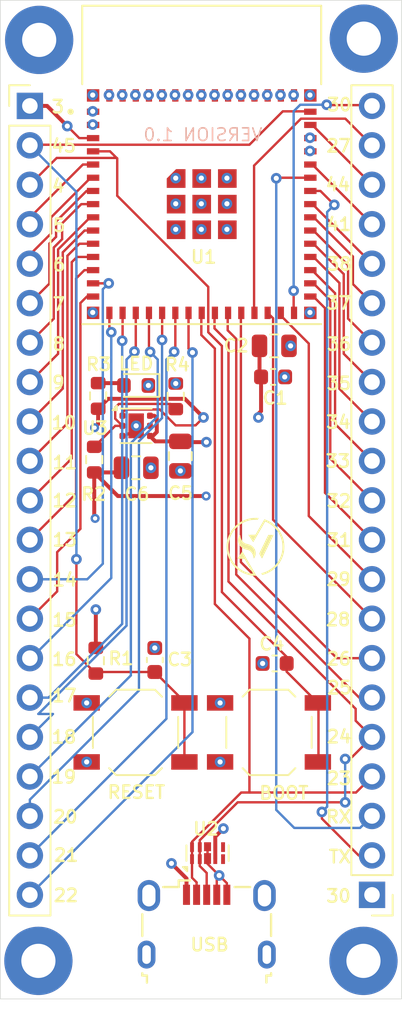
<source format=kicad_pcb>
(kicad_pcb (version 20240108) (generator "pcbnew") (generator_version "8.0")
  (layers (0 "F.Cu" signal "Front") (1 "In1.Cu" power) (2 "In2.Cu" signal) (31 "B.Cu" signal "Back") (34 "B.Paste" user) (35 "F.Paste" user) (36 "B.SilkS" user "B.Silkscreen") (37 "F.SilkS" user "F.Silkscreen") (38 "B.Mask" user) (39 "F.Mask" user) (44 "Edge.Cuts" user))
  (net 0 "")
  (net 1 "/3V3")
  (net 2 "GND")
  (net 3 "/EN")
  (net 4 "/GP100")
  (net 5 "/5VUSB")
  (net 6 "Net-(D1-A)")
  (net 7 "/GP106")
  (net 8 "/GP1016")
  (net 9 "/GP1015")
  (net 10 "Net-(U3-FB)")
  (net 11 "/GP109")
  (net 12 "/GP102")
  (net 13 "/GP1017")
  (net 14 "/GP101")
  (net 15 "/GP1012")
  (net 16 "/GP1010")
  (net 17 "/GP1018")
  (net 18 "/GP107")
  (net 19 "/GP1011")
  (net 20 "/GP105")
  (net 21 "/GP1014")
  (net 22 "/GP104")
  (net 23 "/GP1013")
  (net 24 "/GP108")
  (net 25 "/GP103")
  (net 26 "/GP1037")
  (net 27 "/GP1035")
  (net 28 "/RX")
  (net 29 "/GP1048")
  (net 30 "/GP1019")
  (net 31 "/GP1039")
  (net 32 "/GP1040")
  (net 33 "/GP1020")
  (net 34 "/GP1047")
  (net 35 "/GP1021")
  (net 36 "/GP1042")
  (net 37 "/TX")
  (net 38 "/GP1034")
  (net 39 "/GP1038")
  (net 40 "/GP1036")
  (net 41 "/GP1041")
  (net 42 "/GP1033")
  (net 43 "/GP1026")
  (net 44 "/GP1046")
  (net 45 "/GP1045")
  (footprint "Connector_PinHeader_2.54mm:PinHeader_1x21_P2.54mm_Vertical" (layer "F.Cu") (at 162.3189 122.7189 180)
    (property "Reference" "J2" (hide yes))
    (property "Value" "Conn_01x21_Pin" (hide yes))
  )
  (footprint "Capacitor_SMD:C_0805_2012Metric" (layer "F.Cu") (at 156.0189 87.3689)
    (property "Reference" "C2")
    (property "Value" "10uF")
  )
  (footprint "Package_SON:WSON-6-1EP_2x2mm_P0.65mm_EP1x1.6mm" (layer "F.Cu") (at 147.1189 92.5189)
    (property "Reference" "U3")
    (property "Value" "TLV75801PDRV")
  )
  (footprint "Connector_USB:USB_Micro-B_Wuerth_629105150521" (layer "F.Cu") (at 151.6639 124.6139)
    (property "Reference" "USB ")
    (property "Value" "USB_B_Micro")
  )
  (footprint "SMD_Switch:SW_SPST_TL3342" (layer "F.Cu") (at 147.0789 112.2589)
    (property "Reference" "RESET")
    (property "Value" "RESET1")
  )
  (footprint "ESP32-S3-MINI-1:XCVR_ESP32-S3-MINI-1-N8" (layer "F.Cu") (at 151.3439 78.2439)
    (property "Reference" "U1")
    (property "Value" "ESP32-S3-MINI-1-N8")
  )
  (footprint "Capacitor_SMD:C_0603_1608Metric" (layer "F.Cu") (at 156.0439 107.8189 180)
    (property "Reference" "C4")
    (property "Value" "0.1uF")
  )
  (footprint "Capacitor_SMD:C_0805_2012Metric" (layer "F.Cu") (at 149.9689 94.4689 -90)
    (property "Reference" "C5")
    (property "Value" "10uF")
  )
  (footprint "MountingHole:MountingHole_2.2mm_M2_Pad_TopBottom" (layer "F.Cu") (at 140.8189 126.9689)
    (property "Reference" "H1" (hide yes))
    (property "Value" "MountingHole_Pad" (hide yes))
  )
  (footprint "Connector_PinHeader_2.54mm:PinHeader_1x21_P2.54mm_Vertical" (layer "F.Cu") (at 140.2689 71.9189)
    (property "Reference" "J1" (hide yes))
    (property "Value" "Conn_01x21_Pin" (hide yes))
  )
  (footprint "MountingHole:MountingHole_2.2mm_M2_Pad_TopBottom" (layer "F.Cu") (at 161.7889 67.5889)
    (property "Reference" "H4" (hide yes))
    (property "Value" "MountingHole_Pad" (hide yes))
  )
  (footprint "Capacitor_SMD:C_0603_1608Metric" (layer "F.Cu") (at 155.9439 89.3689)
    (property "Reference" "C1")
    (property "Value" "0.1uF")
  )
  (footprint "Resistor_SMD:R_0603_1608Metric" (layer "F.Cu") (at 144.5189 107.6439 -90)
    (property "Reference" "R1")
    (property "Value" "10k")
  )
  (footprint "Capacitor_SMD:C_0805_2012Metric" (layer "F.Cu") (at 147.1189 95.2189)
    (property "Reference" "C6")
    (property "Value" "10uF")
  )
  (footprint "Resistor_SMD:R_0603_1608Metric" (layer "F.Cu") (at 149.6689 90.6189 90)
    (property "Reference" "R4")
    (property "Value" "200k")
  )
  (footprint "MountingHole:MountingHole_2.2mm_M2_Pad_TopBottom" (layer "F.Cu") (at 161.7689 126.9689)
    (property "Reference" "H2" (hide yes))
    (property "Value" "MountingHole_Pad" (hide yes))
  )
  (footprint "Package_DFN_QFN:Diodes_UDFN-10_1.0x2.5mm_P0.5mm" (layer "F.Cu") (at 151.7189 120.0314 90)
    (property "Reference" "U2")
    (property "Value" "D3V3XA4B10LP")
  )
  (footprint "Resistor_SMD:R_0603_1608Metric" (layer "F.Cu") (at 144.4189 94.6939 90)
    (property "Reference" "R2")
    (property "Value" "1M")
  )
  (footprint "Logo SV 2:Logo SV" (layer "F.Cu") (at 154.808964 104.223004)
    (property "Reference" "G***" (hide yes))
    (property "Value" "LOGO" (hide yes))
  )
  (footprint "Capacitor_SMD:C_0603_1608Metric" (layer "F.Cu") (at 148.3189 107.5939 90)
    (property "Reference" "C3")
    (property "Value" "0.1uF")
  )
  (footprint "MountingHole:MountingHole_2.2mm_M2_Pad_TopBottom" (layer "F.Cu") (at 140.8689 67.6689)
    (property "Reference" "H3" (hide yes))
    (property "Value" "MountingHole_Pad" (hide yes))
  )
  (footprint "Resistor_SMD:R_0603_1608Metric" (layer "F.Cu") (at 144.6689 90.5939 90)
    (property "Reference" "R3")
    (property "Value" "5.1k")
  )
  (footprint "SMD_Switch:SW_SPST_TL3342" (layer "F.Cu") (at 155.6789 112.2589)
    (property "Reference" "SW2" (hide yes))
    (property "Value" "BOOT1")
  )
  (footprint "LED_SMD:LED_0603_1608Metric" (layer "F.Cu") (at 147.1189 89.9189 180)
    (property "Reference" "LED")
    (property "Value" "LED")
  )
  (gr_rect (start 138.3689 65.1189) (end 164.2189 129.4189) (stroke (width 0.0381)) (fill none) (layer "Edge.Cuts"))
  (gr_text "VERSION 1.0" (at 155.3189 74.2489 0) (layer "B.SilkS") (effects (font (size 0.8128 0.8128) (thickness 0.1016)) (justify left bottom mirror)))
  (gr_text "RX" (at 159.2689 118.1689 0) (layer "F.SilkS") (effects (font (size 0.8128 0.8128) (thickness 0.1524) (bold yes)) (justify left bottom)))
  (gr_text "11" (at 141.6489 95.3589 0) (layer "F.SilkS") (effects (font (size 0.8128 0.8128) (thickness 0.1524) (bold yes)) (justify left bottom)))
  (gr_text "31" (at 159.3189 100.3589 0) (layer "F.SilkS") (effects (font (size 0.8128 0.8128) (thickness 0.1524) (bold yes)) (justify left bottom)))
  (gr_text "32" (at 159.3089 97.8389 0) (layer "F.SilkS") (effects (font (size 0.8128 0.8128) (thickness 0.1524) (bold yes)) (justify left bottom)))
  (gr_text "14" (at 141.6489 102.9089 0) (layer "F.SilkS") (effects (font (size 0.8128 0.8128) (thickness 0.1524) (bold yes)) (justify left bottom)))
  (gr_text "27" (at 159.2889 74.9689 0) (layer "F.SilkS") (effects (font (size 0.8128 0.8128) (thickness 0.1524) (bold yes)) (justify left bottom)))
  (gr_text "26" (at 159.3089 107.9989 0) (layer "F.SilkS") (effects (font (size 0.8128 0.8128) (thickness 0.1524) (bold yes)) (justify left bottom)))
  (gr_text "13" (at 141.6489 100.3389 0) (layer "F.SilkS") (effects (font (size 0.8128 0.8128) (thickness 0.1524) (bold yes)) (justify left bottom)))
  (gr_text "45" (at 141.5789 74.9689 0) (layer "F.SilkS") (effects (font (size 0.8128 0.8128) (thickness 0.1524) (bold yes)) (justify left bottom)))
  (gr_text "36" (at 159.3189 87.7389 0) (layer "F.SilkS") (effects (font (size 0.8128 0.8128) (thickness 0.1524) (bold yes)) (justify left bottom)))
  (gr_text "10\n" (at 141.5889 92.7989 0) (layer "F.SilkS") (effects (font (size 0.8128 0.8128) (thickness 0.1524) (bold yes)) (justify left bottom)))
  (gr_text "35" (at 159.3089 90.2689 0) (layer "F.SilkS") (effects (font (size 0.8128 0.8128) (thickness 0.1524) (bold yes)) (justify left bottom)))
  (gr_text "4\n" (at 141.6089 77.5489 0) (layer "F.SilkS") (effects (font (size 0.8128 0.8128) (thickness 0.1524) (bold yes)) (justify left bottom)))
  (gr_text "7" (at 141.6489 85.1589 0) (layer "F.SilkS") (effects (font (size 0.8128 0.8128) (thickness 0.1524) (bold yes)) (justify left bottom)))
  (gr_text "29" (at 159.2889 102.8789 0) (layer "F.SilkS") (effects (font (size 0.8128 0.8128) (thickness 0.1524) (bold yes)) (justify left bottom)))
  (gr_text "34" (at 159.2789 92.7589 0) (layer "F.SilkS") (effects (font (size 0.8128 0.8128) (thickness 0.1524) (bold yes)) (justify left bottom)))
  (gr_text "22" (at 141.7189 123.2289 0) (layer "F.SilkS") (effects (font (size 0.8128 0.8128) (thickness 0.1524) (bold yes)) (justify left bottom)))
  (gr_text "5" (at 141.6689 80.0889 0) (layer "F.SilkS") (effects (font (size 0.8128 0.8128) (thickness 0.1524) (bold yes)) (justify left bottom)))
  (gr_text "37" (at 159.2989 85.0889 0) (layer "F.SilkS") (effects (font (size 0.8128 0.8128) (thickness 0.1524) (bold yes)) (justify left bottom)))
  (gr_text "BOOT\n" (at 156.6389 116.1589 0) (layer "F.SilkS") (effects (font (size 0.8128 0.8128))))
  (gr_text "20" (at 141.6789 118.1689 0) (layer "F.SilkS") (effects (font (size 0.8128 0.8128) (thickness 0.1524) (bold yes)) (justify left bottom)))
  (gr_text "12" (at 141.6389 97.8089 0) (layer "F.SilkS") (effects (font (size 0.8128 0.8128) (thickness 0.1524) (bold yes)) (justify left bottom)))
  (gr_text "TX\n" (at 159.4489 120.7389 0) (layer "F.SilkS") (effects (font (size 0.8128 0.8128) (thickness 0.1524) (bold yes)) (justify left bottom)))
  (gr_text "19" (at 141.5889 115.5989 0) (layer "F.SilkS") (effects (font (size 0.8128 0.8128) (thickness 0.1524) (bold yes)) (justify left bottom)))
  (gr_text "8" (at 141.6489 87.7289 0) (layer "F.SilkS") (effects (font (size 0.8128 0.8128) (thickness 0.1524) (bold yes)) (justify left bottom)))
  (gr_text "15" (at 141.6289 105.4989 0) (layer "F.SilkS") (effects (font (size 0.8128 0.8128) (thickness 0.1524) (bold yes)) (justify left bottom)))
  (gr_text "18" (at 141.5989 113.0289 0) (layer "F.SilkS") (effects (font (size 0.8128 0.8128) (thickness 0.1524) (bold yes)) (justify left bottom)))
  (gr_text "23\n" (at 159.3189 115.6989 0) (layer "F.SilkS") (effects (font (size 0.8128 0.8128) (thickness 0.1524) (bold yes)) (justify left bottom)))
  (gr_text "33" (at 159.2489 95.2689 0) (layer "F.SilkS") (effects (font (size 0.8128 0.8128) (thickness 0.1524) (bold yes)) (justify left bottom)))
  (gr_text "28\n" (at 159.2589 105.4689 0) (layer "F.SilkS") (effects (font (size 0.8128 0.8128) (thickness 0.1524) (bold yes)) (justify left bottom)))
  (gr_text "44" (at 159.2489 77.4589 0) (layer "F.SilkS") (effects (font (size 0.8128 0.8128) (thickness 0.1524) (bold yes)) (justify left bottom)))
  (gr_text "38" (at 159.3389 82.5789 0) (layer "F.SilkS") (effects (font (size 0.8128 0.8128) (thickness 0.1524) (bold yes)) (justify left bottom)))
  (gr_text "21" (at 141.7289 120.6389 0) (layer "F.SilkS") (effects (font (size 0.8128 0.8128) (thickness 0.1524) (bold yes)) (justify left bottom)))
  (gr_text "17" (at 141.6189 110.3689 0) (layer "F.SilkS") (effects (font (size 0.8128 0.8128) (thickness 0.1524) (bold yes)) (justify left bottom)))
  (gr_text "41" (at 159.3089 80.0189 0) (layer "F.SilkS") (effects (font (size 0.8128 0.8128) (thickness 0.1524) (bold yes)) (justify left bottom)))
  (gr_text "25\n" (at 159.3389 109.8589 0) (layer "F.SilkS") (effects (font (size 0.8128 0.8128) (thickness 0.1524) (bold yes)) (justify left bottom)))
  (gr_text "30" (at 159.3389 72.3189 0) (layer "F.SilkS") (effects (font (size 0.8128 0.8128) (thickness 0.1524) (bold yes)) (justify left bottom)))
  (gr_text "16" (at 141.6189 108.0289 0) (layer "F.SilkS") (effects (font (size 0.8128 0.8128) (thickness 0.1524) (bold yes)) (justify left bottom)))
  (gr_text "3\n" (at 141.5889 72.4489 0) (layer "F.SilkS") (effects (font (size 0.8128 0.8128) (thickness 0.1524) (bold yes)) (justify left bottom)))
  (gr_text "24\n" (at 159.3189 113.0089 0) (layer "F.SilkS") (effects (font (size 0.8128 0.8128) (thickness 0.1524) (bold yes)) (justify left bottom)))
  (gr_text "6\n" (at 141.6689 82.6189 0) (layer "F.SilkS") (effects (font (size 0.8128 0.8128) (thickness 0.1524) (bold yes)) (justify left bottom)))
  (gr_text "9" (at 141.6189 90.2089 0) (layer "F.SilkS") (effects (font (size 0.8128 0.8128) (thickness 0.1524) (bold yes)) (justify left bottom)))
  (gr_text "30\n" (at 159.2889 123.2689 0) (layer "F.SilkS") (effects (font (size 0.8128 0.8128) (thickness 0.1524) (bold yes)) (justify left bottom)))
  (segment (start 145.8689 95.5189) (end 146.1689 95.2189) (width 0.254) (layer "F.Cu") (net 1))
  (segment (start 144.4189 95.5189) (end 145.8689 95.5189) (width 0.254) (layer "F.Cu") (net 1))
  (segment (start 146.2314 91.8689) (end 146.2314 91.668901) (width 0.1524) (layer "F.Cu") (net 1))
  (segment (start 144.6689 91.4189) (end 144.6689 92.4089) (width 0.254) (layer "F.Cu") (net 1))
  (segment (start 144.4189 95.5189) (end 144.4189 98.4242) (width 0.254) (layer "F.Cu") (net 1))
  (segment (start 150.9489 92.4889) (end 151.4589 91.9789) (width 0.1524) (layer "F.Cu") (net 1))
  (segment (start 144.4189 95.5189) (end 145.9389 97.0389) (width 0.254) (layer "F.Cu") (net 1))
  (segment (start 144.6689 92.4089) (end 144.4389 92.6389) (width 0.254) (layer "F.Cu") (net 1))
  (segment (start 146.434601 91.4657) (end 148.639946 91.4657) (width 0.1524) (layer "F.Cu") (net 1))
  (segment (start 145.9389 97.0389) (end 151.6289 97.0389) (width 0.254) (layer "F.Cu") (net 1))
  (segment (start 146.2314 91.668901) (end 146.434601 91.4657) (width 0.1524) (layer "F.Cu") (net 1))
  (segment (start 145.3091 90.7787) (end 150.2587 90.7787) (width 0.254) (layer "F.Cu") (net 1))
  (segment (start 150.2587 90.7787) (end 151.4589 91.9789) (width 0.254) (layer "F.Cu") (net 1))
  (segment (start 142.6789 73.2189) (end 141.3789 71.9189) (width 0.254) (layer "F.Cu") (net 1))
  (segment (start 144.4189 98.4242) (end 144.4736 98.4789) (width 0.254) (layer "F.Cu") (net 1))
  (segment (start 142.6789 73.2189) (end 143.4539 73.9939) (width 0.1524) (layer "F.Cu") (net 1))
  (segment (start 154.9989 91.9789) (end 154.9989 91.7389) (width 0.254) (layer "F.Cu") (net 1))
  (segment (start 149.663146 92.4889) (end 150.9489 92.4889) (width 0.1524) (layer "F.Cu") (net 1))
  (segment (start 148.639946 91.4657) (end 149.663146 92.4889) (width 0.1524) (layer "F.Cu") (net 1))
  (segment (start 144.5189 104.3489) (end 144.5189 106.8189) (width 0.254) (layer "F.Cu") (net 1))
  (segment (start 144.6689 91.4189) (end 145.3091 90.7787) (width 0.254) (layer "F.Cu") (net 1))
  (segment (start 155.0689 87.3689) (end 155.0689 89.2689) (width 0.254) (layer "F.Cu") (net 1))
  (segment (start 155.0689 89.2689) (end 155.1689 89.3689) (width 0.254) (layer "F.Cu") (net 1))
  (segment (start 154.9989 91.7389) (end 155.1689 91.5689) (width 0.254) (layer "F.Cu") (net 1))
  (segment (start 143.4539 73.9939) (end 144.3439 73.9939) (width 0.1524) (layer "F.Cu") (net 1))
  (segment (start 141.3789 71.9189) (end 140.2689 71.9189) (width 0.254) (layer "F.Cu") (net 1))
  (segment (start 155.1689 91.5689) (end 155.1689 89.3689) (width 0.254) (layer "F.Cu") (net 1))
  (via (at 154.9989 91.9789) (size 0.6858) (drill 0.3302) (layers "F.Cu" "B.Cu") (net 1))
  (via (at 151.4589 91.9789) (size 0.6858) (drill 0.3302) (layers "F.Cu" "B.Cu") (net 1))
  (via (at 144.4736 98.4789) (size 0.5842) (drill 0.2794) (layers "F.Cu" "B.Cu") (net 1))
  (via (at 151.6289 97.0389) (size 0.5842) (drill 0.2794) (layers "F.Cu" "B.Cu") (net 1))
  (via (at 144.5189 104.3489) (size 0.6858) (drill 0.3302) (layers "F.Cu" "B.Cu") (net 1))
  (via (at 144.4389 92.6389) (size 0.5842) (drill 0.2794) (layers "F.Cu" "B.Cu") (net 1))
  (via (at 142.6789 73.2189) (size 0.6858) (drill 0.3302) (layers "F.Cu" "B.Cu") (net 1))
  (segment (start 151.7189 119.6189) (end 151.7189 120.7189) (width 0.1524) (layer "F.Cu") (net 2))
  (segment (start 146.2314 93.1689) (end 146.4689 93.1689) (width 0.1524) (layer "F.Cu") (net 2))
  (segment (start 152.9639 122.7139) (end 152.9639 121.9639) (width 0.1524) (layer "F.Cu") (net 2))
  (segment (start 151.7189 120.7189) (end 152.4689 121.4689) (width 0.1524) (layer "F.Cu") (net 2))
  (segment (start 152.9639 121.9639) (end 152.4689 121.4689) (width 0.1524) (layer "F.Cu") (net 2))
  (segment (start 146.4689 93.1689) (end 147.1189 92.5189) (width 0.1524) (layer "F.Cu") (net 2))
  (segment (start 152.3139 122.7139) (end 152.3139 121.6239) (width 0.1524) (layer "F.Cu") (net 2))
  (segment (start 152.3139 121.6239) (end 152.4689 121.4689) (width 0.1524) (layer "F.Cu") (net 2))
  (via (at 153.0189 71.2189) (size 0.6858) (drill 0.3302) (layers "F.Cu" "B.Cu") (net 2))
  (via (at 147.1189 92.5189) (size 0.6858) (drill 0.3302) (layers "F.Cu" "B.Cu") (net 2))
  (via (at 148.3189 106.8189) (size 0.6858) (drill 0.3302) (layers "F.Cu" "B.Cu") (net 2))
  (via (at 145.3689 71.2189) (size 0.6858) (drill 0.3302) (layers "F.Cu" "B.Cu") (net 2))
  (via (at 154.7189 71.2189) (size 0.6858) (drill 0.3302) (layers "F.Cu" "B.Cu") (net 2))
  (via (at 158.3189 71.2189) (size 0.6858) (drill 0.3302) (layers "F.Cu" "B.Cu") (net 2))
  (via (at 151.3189 78.2189) (size 0.6858) (drill 0.3302) (layers "F.Cu" "B.Cu") (net 2))
  (via (at 155.5689 71.2189) (size 0.6858) (drill 0.3302) (layers "F.Cu" "B.Cu") (net 2))
  (via (at 157.0689 87.3689) (size 0.6858) (drill 0.3302) (layers "F.Cu" "B.Cu") (net 2))
  (via (at 151.3189 79.8689) (size 0.6858) (drill 0.3302) (layers "F.Cu" "B.Cu") (net 2))
  (via (at 143.9289 114.1589) (size 0.6858) (drill 0.3302) (layers "F.Cu" "B.Cu") (net 2))
  (via (at 144.3189 73.1189) (size 0.6858) (drill 0.3302) (layers "F.Cu" "B.Cu") (net 2))
  (via (at 152.9689 78.2189) (size 0.6858) (drill 0.3302) (layers "F.Cu" "B.Cu") (net 2))
  (via (at 152.5289 114.1589) (size 0.6858) (drill 0.3302) (layers "F.Cu" "B.Cu") (net 2))
  (via (at 147.9189 71.2189) (size 0.6858) (drill 0.3302) (layers "F.Cu" "B.Cu") (net 2))
  (via (at 150.4689 71.2189) (size 0.6858) (drill 0.3302) (layers "F.Cu" "B.Cu") (net 2))
  (via (at 157.2689 71.2189) (size 0.6858) (drill 0.3302) (layers "F.Cu" "B.Cu") (net 2))
  (via (at 158.3189 85.2189) (size 0.6858) (drill 0.3302) (layers "F.Cu" "B.Cu") (net 2))
  (via (at 156.6939 89.3689) (size 0.6858) (drill 0.3302) (layers "F.Cu" "B.Cu") (net 2))
  (via (at 149.6689 79.8689) (size 0.6858) (drill 0.3302) (layers "F.Cu" "B.Cu") (net 2))
  (via (at 152.1689 71.2189) (size 0.6858) (drill 0.3302) (layers "F.Cu" "B.Cu") (net 2))
  (via (at 143.9289 110.3589) (size 0.6858) (drill 0.3302) (layers "F.Cu" "B.Cu") (net 2))
  (via (at 147.0689 71.2189) (size 0.6858) (drill 0.3302) (layers "F.Cu" "B.Cu") (net 2))
  (via (at 148.7689 71.2189) (size 0.6858) (drill 0.3302) (layers "F.Cu" "B.Cu") (net 2))
  (via (at 146.2189 71.2189) (size 0.6858) (drill 0.3302) (layers "F.Cu" "B.Cu") (net 2))
  (via (at 144.3189 72.2689) (size 0.6858) (drill 0.3302) (layers "F.Cu" "B.Cu") (net 2))
  (via (at 149.6689 78.2189) (size 0.6858) (drill 0.3302) (layers "F.Cu" "B.Cu") (net 2))
  (via (at 151.3189 71.2189) (size 0.6858) (drill 0.3302) (layers "F.Cu" "B.Cu") (net 2))
  (via (at 149.6689 89.7939) (size 0.6858) (drill 0.3302) (layers "F.Cu" "B.Cu") (net 2))
  (via (at 158.3189 73.9689) (size 0.6858) (drill 0.3302) (layers "F.Cu" "B.Cu") (net 2))
  (via (at 149.9689 95.4189) (size 0.6858) (drill 0.3302) (layers "F.Cu" "B.Cu") (net 2))
  (via (at 153.8689 71.2189) (size 0.6858) (drill 0.3302) (layers "F.Cu" "B.Cu") (net 2))
  (via (at 148.0689 95.2189) (size 0.6858) (drill 0.3302) (layers "F.Cu" "B.Cu") (net 2))
  (via (at 158.3189 74.8189) (size 0.6858) (drill 0.3302) (layers "F.Cu" "B.Cu") (net 2))
  (via (at 144.3189 85.2189) (size 0.6858) (drill 0.3302) (layers "F.Cu" "B.Cu") (net 2))
  (via (at 152.9689 76.5689) (size 0.6858) (drill 0.3302) (layers "F.Cu" "B.Cu") (net 2))
  (via (at 152.5289 110.3589) (size 0.6858) (drill 0.3302) (layers "F.Cu" "B.Cu") (net 2))
  (via (at 147.9064 89.9189) (size 0.6858) (drill 0.3302) (layers "F.Cu" "B.Cu") (net 2))
  (via (at 151.3189 76.5689) (size 0.6858) (drill 0.3302) (layers "F.Cu" "B.Cu") (net 2))
  (via (at 149.6189 71.2189) (size 0.6858) (drill 0.3302) (layers "F.Cu" "B.Cu") (net 2))
  (via (at 144.3189 71.2189) (size 0.6858) (drill 0.3302) (layers "F.Cu" "B.Cu") (net 2))
  (via (at 155.2689 107.8189) (size 0.6858) (drill 0.3302) (layers "F.Cu" "B.Cu") (net 2))
  (via (at 152.9689 79.8689) (size 0.6858) (drill 0.3302) (layers "F.Cu" "B.Cu") (net 2))
  (via (at 152.4689 121.4689) (size 0.6858) (drill 0.3302) (layers "F.Cu" "B.Cu") (net 2))
  (via (at 149.6689 76.5689) (size 0.6858) (drill 0.3302) (layers "F.Cu" "B.Cu") (net 2))
  (via (at 156.4189 71.2189) (size 0.6858) (drill 0.3302) (layers "F.Cu" "B.Cu") (net 2))
  (segment (start 148.3189 108.3689) (end 144.6189 108.3689) (width 0.1524) (layer "F.Cu") (net 3))
  (segment (start 140.3089 74.4189) (end 140.2689 74.4589) (width 0.1524) (layer "F.Cu") (net 3))
  (segment (start 143.2689 107.2189) (end 144.5189 108.4689) (width 0.1524) (layer "F.Cu") (net 3))
  (segment (start 154.4189 74.4189) (end 140.3089 74.4189) (width 0.1524) (layer "F.Cu") (net 3))
  (segment (start 148.3189 108.3689) (end 150.2289 110.2789) (width 0.1524) (layer "F.Cu") (net 3))
  (segment (start 143.2689 101.1089) (end 143.2689 107.2189) (width 0.1524) (layer "F.Cu") (net 3))
  (segment (start 156.5689 72.2689) (end 154.4189 74.4189) (width 0.1524) (layer "F.Cu") (net 3))
  (segment (start 144.6189 108.3689) (end 144.5189 108.4689) (width 0.1524) (layer "F.Cu") (net 3))
  (segment (start 150.2289 114.1589) (end 150.1389 114.2489) (width 0.1524) (layer "F.Cu") (net 3))
  (segment (start 158.3189 72.2689) (end 156.5689 72.2689) (width 0.1524) (layer "F.Cu") (net 3))
  (segment (start 150.2289 110.2789) (end 150.2289 114.1589) (width 0.1524) (layer "F.Cu") (net 3))
  (via (at 143.2689 101.1089) (size 0.6858) (drill 0.3302) (layers "F.Cu" "B.Cu") (net 3))
  (segment (start 143.2689 77.4589) (end 143.2689 101.1089) (width 0.1524) (layer "B.Cu") (net 3))
  (segment (start 140.2689 74.4589) (end 143.2689 77.4589) (width 0.1524) (layer "B.Cu") (net 3))
  (segment (start 156.8189 108.3489) (end 156.8189 107.8189) (width 0.1524) (layer "F.Cu") (net 4))
  (segment (start 156.8189 107.8189) (end 156.8189 107.3939) (width 0.1524) (layer "F.Cu") (net 4))
  (segment (start 158.8289 110.3589) (end 158.8689 110.3989) (width 0.1524) (layer "F.Cu") (net 4))
  (segment (start 144.3439 74.8439) (end 145.4339 74.8439) (width 0.1524) (layer "F.Cu") (net 4))
  (segment (start 145.8989 75.2989) (end 145.8689 75.2689) (width 0.1524) (layer "F.Cu") (net 4))
  (segment (start 145.8689 75.2689) (end 145.8589 75.2689) (width 0.1524) (layer "F.Cu") (net 4))
  (segment (start 145.8989 77.7053) (end 145.8989 75.2989) (width 0.1524) (layer "F.Cu") (net 4))
  (segment (start 141.9989 75.2689) (end 140.2689 76.9989) (width 0.1524) (layer "F.Cu") (net 4))
  (segment (start 145.4339 74.8439) (end 145.8589 75.2689) (width 0.1524) (layer "F.Cu") (net 4))
  (segment (start 152.6439 87.3689) (end 151.7657 86.4907) (width 0.1524) (layer "F.Cu") (net 4))
  (segment (start 158.7389 110.2689) (end 156.8189 108.3489) (width 0.1524) (layer "F.Cu") (net 4))
  (segment (start 145.8589 75.2689) (end 141.9989 75.2689) (width 0.1524) (layer "F.Cu") (net 4))
  (segment (start 156.8189 107.3939) (end 152.6439 103.2189) (width 0.1524) (layer "F.Cu") (net 4))
  (segment (start 152.6439 103.2189) (end 152.6439 87.3689) (width 0.1524) (layer "F.Cu") (net 4))
  (segment (start 158.8689 110.3989) (end 158.8689 114.1189) (width 0.1524) (layer "F.Cu") (net 4))
  (segment (start 151.7657 86.4907) (end 151.7657 83.5721) (width 0.1524) (layer "F.Cu") (net 4))
  (segment (start 151.7657 83.5721) (end 145.8989 77.7053) (width 0.1524) (layer "F.Cu") (net 4))
  (segment (start 158.8689 114.1189) (end 158.8289 114.1589) (width 0.1524) (layer "F.Cu") (net 4))
  (segment (start 150.3639 122.7139) (end 150.3639 121.6639) (width 0.254) (layer "F.Cu") (net 5))
  (segment (start 152.2189 118.972304) (end 152.740602 118.450602) (width 0.254) (layer "F.Cu") (net 5))
  (segment (start 150.3639 121.6639) (end 149.3939 120.6939) (width 0.254) (layer "F.Cu") (net 5))
  (segment (start 148.0064 93.1689) (end 148.193899 93.1689) (width 0.254) (layer "F.Cu") (net 5))
  (segment (start 149.9689 93.5189) (end 148.3564 93.5189) (width 0.254) (layer "F.Cu") (net 5))
  (segment (start 148.2939 91.8689) (end 148.0064 91.8689) (width 0.254) (layer "F.Cu") (net 5))
  (segment (start 148.3564 93.5189) (end 148.0064 93.1689) (width 0.254) (layer "F.Cu") (net 5))
  (segment (start 152.2189 119.6439) (end 152.2189 120.4189) (width 0.254) (layer "F.Cu") (net 5))
  (segment (start 151.6439 93.5689) (end 150.0189 93.5689) (width 0.254) (layer "F.Cu") (net 5))
  (segment (start 148.4479 92.914899) (end 148.4479 92.0229) (width 0.254) (layer "F.Cu") (net 5))
  (segment (start 152.2189 119.6439) (end 152.2189 118.972304) (width 0.254) (layer "F.Cu") (net 5))
  (segment (start 148.193899 93.1689) (end 148.4479 92.914899) (width 0.254) (layer "F.Cu") (net 5))
  (segment (start 150.0189 93.5689) (end 149.9689 93.5189) (width 0.254) (layer "F.Cu") (net 5))
  (segment (start 148.4479 92.0229) (end 148.2939 91.8689) (width 0.254) (layer "F.Cu") (net 5))
  (via (at 149.3939 120.6939) (size 0.6858) (drill 0.3302) (layers "F.Cu" "B.Cu") (net 5))
  (via (at 152.740602 118.450602) (size 0.6858) (drill 0.3302) (layers "F.Cu" "B.Cu") (net 5))
  (via (at 151.6439 93.5689) (size 0.6858) (drill 0.3302) (layers "F.Cu" "B.Cu") (net 5))
  (segment (start 144.6689 89.7689) (end 146.1814 89.7689) (width 0.254) (layer "F.Cu") (net 6))
  (segment (start 146.1814 89.7689) (end 146.3314 89.9189) (width 0.254) (layer "F.Cu") (net 6))
  (segment (start 140.2689 92.2389) (end 142.3889 90.1189) (width 0.1524) (layer "F.Cu") (net 7))
  (segment (start 143.7939 79.9439) (end 144.3439 79.9439) (width 0.1524) (layer "F.Cu") (net 7))
  (segment (start 142.3889 90.1189) (end 142.3889 81.3489) (width 0.1524) (layer "F.Cu") (net 7))
  (segment (start 142.3889 81.3489) (end 143.7939 79.9439) (width 0.1524) (layer "F.Cu") (net 7))
  (segment (start 148.7939 86.9839) (end 148.7889 86.9889) (width 0.1524) (layer "F.Cu") (net 8))
  (segment (start 148.7939 85.2439) (end 148.7939 86.9839) (width 0.1524) (layer "F.Cu") (net 8))
  (via (at 148.7889 86.9889) (size 0.6858) (drill 0.3302) (layers "F.Cu" "B.Cu") (net 8))
  (segment (start 148.7889 92.016335) (end 148.7889 86.9889) (width 0.1524) (layer "B.Cu") (net 8))
  (segment (start 140.2689 117.6389) (end 140.2689 116.58835) (width 0.1524) (layer "B.Cu") (net 8))
  (segment (start 147.2989 109.55835) (end 147.2989 93.506335) (width 0.1524) (layer "B.Cu") (net 8))
  (segment (start 140.2689 116.58835) (end 147.2989 109.55835) (width 0.1524) (layer "B.Cu") (net 8))
  (segment (start 147.2989 93.506335) (end 148.7889 92.016335) (width 0.1524) (layer "B.Cu") (net 8))
  (segment (start 147.9439 87.6839) (end 147.9439 85.2439) (width 0.1524) (layer "F.Cu") (net 9))
  (segment (start 148.0189 87.7589) (end 147.9439 87.6839) (width 0.1524) (layer "F.Cu") (net 9))
  (via (at 148.0189 87.7589) (size 0.6858) (drill 0.3302) (layers "F.Cu" "B.Cu") (net 9))
  (segment (start 148.5095 91.900603) (end 148.5095 88.2495) (width 0.1524) (layer "B.Cu") (net 9))
  (segment (start 146.7777 93.632403) (end 148.5095 91.900603) (width 0.1524) (layer "B.Cu") (net 9))
  (segment (start 146.7777 108.5901) (end 146.7777 93.632403) (width 0.1524) (layer "B.Cu") (net 9))
  (segment (start 148.5095 88.2495) (end 148.0189 87.7589) (width 0.1524) (layer "B.Cu") (net 9))
  (segment (start 140.2689 115.0989) (end 146.7777 108.5901) (width 0.1524) (layer "B.Cu") (net 9))
  (segment (start 146.2314 92.5189) (end 145.7689 92.0564) (width 0.1524) (layer "F.Cu") (net 10))
  (segment (start 145.7689 91.3439) (end 146.0039 91.1089) (width 0.1524) (layer "F.Cu") (net 10))
  (segment (start 145.7689 92.5189) (end 146.2314 92.5189) (width 0.1524) (layer "F.Cu") (net 10))
  (segment (start 149.3339 91.1089) (end 149.6689 91.4439) (width 0.1524) (layer "F.Cu") (net 10))
  (segment (start 145.7689 92.0564) (end 145.7689 91.3439) (width 0.1524) (layer "F.Cu") (net 10))
  (segment (start 146.0039 91.1089) (end 149.3339 91.1089) (width 0.1524) (layer "F.Cu") (net 10))
  (segment (start 144.4189 93.8689) (end 145.7689 92.5189) (width 0.1524) (layer "F.Cu") (net 10))
  (segment (start 143.2477 83.0319) (end 143.2477 96.8801) (width 0.1524) (layer "F.Cu") (net 11))
  (segment (start 143.7857 82.4939) (end 143.2477 83.0319) (width 0.1524) (layer "F.Cu") (net 11))
  (segment (start 143.2477 96.8801) (end 140.2689 99.8589) (width 0.1524) (layer "F.Cu") (net 11))
  (segment (start 144.3439 82.4939) (end 143.7857 82.4939) (width 0.1524) (layer "F.Cu") (net 11))
  (segment (start 141.6289 80.1389) (end 141.6289 79.1025) (width 0.1524) (layer "F.Cu") (net 12))
  (segment (start 144.1875 76.5439) (end 144.3439 76.5439) (width 0.1524) (layer "F.Cu") (net 12))
  (segment (start 140.2689 82.0789) (end 140.2689 81.4989) (width 0.1524) (layer "F.Cu") (net 12))
  (segment (start 140.2689 81.4989) (end 141.6289 80.1389) (width 0.1524) (layer "F.Cu") (net 12))
  (segment (start 141.6289 79.1025) (end 144.1875 76.5439) (width 0.1524) (layer "F.Cu") (net 12))
  (segment (start 149.6439 87.6739) (end 149.5689 87.7489) (width 0.1524) (layer "F.Cu") (net 13))
  (segment (start 149.6439 85.2439) (end 149.6439 87.6739) (width 0.1524) (layer "F.Cu") (net 13))
  (via (at 149.5689 87.7489) (size 0.6858) (drill 0.3302) (layers "F.Cu" "B.Cu") (net 13))
  (segment (start 149.0683 111.3795) (end 149.0683 88.2495) (width 0.1524) (layer "B.Cu") (net 13))
  (segment (start 140.2689 120.1789) (end 149.0683 111.3795) (width 0.1524) (layer "B.Cu") (net 13))
  (segment (start 149.0683 88.2495) (end 149.5689 87.7489) (width 0.1524) (layer "B.Cu") (net 13))
  (segment (start 140.2689 79.5389) (end 140.2689 79.1089) (width 0.1524) (layer "F.Cu") (net 14))
  (segment (start 143.6839 75.6939) (end 144.3439 75.6939) (width 0.1524) (layer "F.Cu") (net 14))
  (segment (start 140.2689 79.1089) (end 143.6839 75.6939) (width 0.1524) (layer "F.Cu") (net 14))
  (segment (start 145.3939 86.3678) (end 145.515 86.4889) (width 0.1524) (layer "F.Cu") (net 15))
  (segment (start 145.3939 85.2439) (end 145.3939 86.3678) (width 0.1524) (layer "F.Cu") (net 15))
  (via (at 145.515 86.4889) (size 0.6858) (drill 0.3302) (layers "F.Cu" "B.Cu") (net 15))
  (segment (start 140.2689 107.4789) (end 140.354032 107.4789) (width 0.1524) (layer "B.Cu") (net 15))
  (segment (start 145.515 102.317932) (end 145.515 86.4889) (width 0.1524) (layer "B.Cu") (net 15))
  (segment (start 140.354032 107.4789) (end 145.515 102.317932) (width 0.1524) (layer "B.Cu") (net 15))
  (segment (start 145.3489 83.3439) (end 144.3439 83.3439) (width 0.1524) (layer "F.Cu") (net 16))
  (via (at 145.3489 83.3439) (size 0.6858) (drill 0.3302) (layers "F.Cu" "B.Cu") (net 16))
  (segment (start 145.3489 83.3439) (end 144.9689 83.7239) (width 0.1524) (layer "B.Cu") (net 16))
  (segment (start 144.9689 83.7239) (end 144.9689 101.3989) (width 0.1524) (layer "B.Cu") (net 16))
  (segment (start 144.9689 101.3989) (end 143.9689 102.3989) (width 0.1524) (layer "B.Cu") (net 16))
  (segment (start 143.9689 102.3989) (end 140.2689 102.3989) (width 0.1524) (layer "B.Cu") (net 16))
  (segment (start 150.4939 85.2439) (end 150.4939 87.5439) (width 0.1524) (layer "F.Cu") (net 17))
  (segment (start 150.4939 87.5439) (end 150.7489 87.7989) (width 0.1524) (layer "F.Cu") (net 17))
  (via (at 150.7489 87.7989) (size 0.6858) (drill 0.3302) (layers "F.Cu" "B.Cu") (net 17))
  (segment (start 140.2689 122.7189) (end 150.7489 112.2389) (width 0.1524) (layer "B.Cu") (net 17))
  (segment (start 150.7489 112.2389) (end 150.7489 87.7989) (width 0.1524) (layer "B.Cu") (net 17))
  (segment (start 142.6889 81.5689) (end 143.4639 80.7939) (width 0.1524) (layer "F.Cu") (net 18))
  (segment (start 140.2689 94.7789) (end 142.6889 92.3589) (width 0.1524) (layer "F.Cu") (net 18))
  (segment (start 143.4639 80.7939) (end 144.3439 80.7939) (width 0.1524) (layer "F.Cu") (net 18))
  (segment (start 142.6889 92.3589) (end 142.6889 81.5689) (width 0.1524) (layer "F.Cu") (net 18))
  (segment (start 142.0289 100.6489) (end 143.5271 99.1507) (width 0.1524) (layer "F.Cu") (net 19))
  (segment (start 142.0289 103.1789) (end 142.0289 100.6489) (width 0.1524) (layer "F.Cu") (net 19))
  (segment (start 143.5271 99.1507) (end 143.5271 84.6107) (width 0.1524) (layer "F.Cu") (net 19))
  (segment (start 143.5271 84.6107) (end 143.9439 84.1939) (width 0.1524) (layer "F.Cu") (net 19))
  (segment (start 140.2689 104.9389) (end 142.0289 103.1789) (width 0.1524) (layer "F.Cu") (net 19))
  (segment (start 143.9439 84.1939) (end 144.3439 84.1939) (width 0.1524) (layer "F.Cu") (net 19))
  (segment (start 142.0883 81.1595) (end 144.2389 79.0089) (width 0.1524) (layer "F.Cu") (net 20))
  (segment (start 140.2689 89.6989) (end 142.0883 87.8795) (width 0.1524) (layer "F.Cu") (net 20))
  (segment (start 142.0883 87.8795) (end 142.0883 81.1595) (width 0.1524) (layer "F.Cu") (net 20))
  (segment (start 147.0939 87.6539) (end 147.0939 85.2439) (width 0.1524) (layer "F.Cu") (net 21))
  (segment (start 147.0089 87.7389) (end 147.0939 87.6539) (width 0.1524) (layer "F.Cu") (net 21))
  (via (at 147.0089 87.7389) (size 0.6858) (drill 0.3302) (layers "F.Cu" "B.Cu") (net 21))
  (segment (start 140.812913 111.0721) (end 146.4983 105.386713) (width 0.1524) (layer "B.Cu") (net 21))
  (segment (start 146.4983 105.386713) (end 146.4983 88.2495) (width 0.1524) (layer "B.Cu") (net 21))
  (segment (start 140.2689 112.5589) (end 141.7557 111.0721) (width 0.1524) (layer "B.Cu") (net 21))
  (segment (start 146.4983 88.2495) (end 147.0089 87.7389) (width 0.1524) (layer "B.Cu") (net 21))
  (segment (start 141.7557 111.0721) (end 140.812913 111.0721) (width 0.1524) (layer "B.Cu") (net 21))
  (segment (start 141.8089 85.6189) (end 141.8089 81.0389) (width 0.1524) (layer "F.Cu") (net 22))
  (segment (start 141.8089 81.0389) (end 142.3489 80.4989) (width 0.1524) (layer "F.Cu") (net 22))
  (segment (start 142.3489 80.4989) (end 142.3489 79.4789) (width 0.1524) (layer "F.Cu") (net 22))
  (segment (start 143.5839 78.2439) (end 144.3439 78.2439) (width 0.1524) (layer "F.Cu") (net 22))
  (segment (start 140.2689 87.1589) (end 141.8089 85.6189) (width 0.1524) (layer "F.Cu") (net 22))
  (segment (start 142.3489 79.4789) (end 143.5839 78.2439) (width 0.1524) (layer "F.Cu") (net 22))
  (segment (start 146.2189 86.9389) (end 146.2439 86.9139) (width 0.1524) (layer "F.Cu") (net 23))
  (segment (start 146.2439 86.9139) (end 146.2439 85.2439) (width 0.1524) (layer "F.Cu") (net 23))
  (segment (start 146.2189 87.0389) (end 146.2189 86.9389) (width 0.1524) (layer "F.Cu") (net 23))
  (via (at 146.2189 87.0389) (size 0.6858) (drill 0.3302) (layers "F.Cu" "B.Cu") (net 23))
  (segment (start 146.2189 105.270981) (end 141.470981 110.0189) (width 0.1524) (layer "B.Cu") (net 23))
  (segment (start 146.2189 87.0389) (end 146.2189 105.270981) (width 0.1524) (layer "B.Cu") (net 23))
  (segment (start 141.470981 110.0189) (end 140.2689 110.0189) (width 0.1524) (layer "B.Cu") (net 23))
  (segment (start 143.3039 81.6439) (end 144.3439 81.6439) (width 0.1524) (layer "F.Cu") (net 24))
  (segment (start 142.9683 94.6195) (end 142.9683 81.9795) (width 0.1524) (layer "F.Cu") (net 24))
  (segment (start 140.2689 97.3189) (end 142.9683 94.6195) (width 0.1524) (layer "F.Cu") (net 24))
  (segment (start 142.9683 81.9795) (end 143.3039 81.6439) (width 0.1524) (layer "F.Cu") (net 24))
  (segment (start 141.9589 80.3489) (end 141.9589 79.3589) (width 0.1524) (layer "F.Cu") (net 25))
  (segment (start 143.9239 77.3939) (end 144.3439 77.3939) (width 0.1524) (layer "F.Cu") (net 25))
  (segment (start 141.5289 83.3589) (end 141.5289 80.7789) (width 0.1524) (layer "F.Cu") (net 25))
  (segment (start 141.5289 80.7789) (end 141.9589 80.3489) (width 0.1524) (layer "F.Cu") (net 25))
  (segment (start 141.9589 79.3589) (end 143.9239 77.3939) (width 0.1524) (layer "F.Cu") (net 25))
  (segment (start 140.2689 84.6189) (end 141.5289 83.3589) (width 0.1524) (layer "F.Cu") (net 25))
  (segment (start 159.9389 92.3989) (end 162.3189 94.7789) (width 0.1524) (layer "F.Cu") (net 26))
  (segment (start 158.3439 82.4939) (end 158.4521 82.4939) (width 0.1524) (layer "F.Cu") (net 26))
  (segment (start 159.9389 83.9807) (end 159.9389 92.3989) (width 0.1524) (layer "F.Cu") (net 26))
  (segment (start 158.4521 82.4939) (end 159.9389 83.9807) (width 0.1524) (layer "F.Cu") (net 26))
  (segment (start 159.2889 84.9389) (end 159.2889 96.8289) (width 0.1524) (layer "F.Cu") (net 27))
  (segment (start 158.5439 84.1939) (end 159.2889 84.9389) (width 0.1524) (layer "F.Cu") (net 27))
  (segment (start 158.3439 84.1939) (end 158.5439 84.1939) (width 0.1524) (layer "F.Cu") (net 27))
  (segment (start 159.2889 96.8289) (end 162.3189 99.8589) (width 0.1524) (layer "F.Cu") (net 27))
  (segment (start 156.1489 76.5789) (end 156.1839 76.5439) (width 0.1524) (layer "F.Cu") (net 28))
  (segment (start 156.1839 76.5439) (end 158.3439 76.5439) (width 0.1524) (layer "F.Cu") (net 28))
  (via (at 156.1489 76.5789) (size 0.6858) (drill 0.3302) (layers "F.Cu" "B.Cu") (net 28))
  (segment (start 161.5489 118.4089) (end 157.3089 118.4089) (width 0.1524) (layer "B.Cu") (net 28))
  (segment (start 156.1478 117.2478) (end 156.1478 76.58) (width 0.1524) (layer "B.Cu") (net 28))
  (segment (start 162.3189 117.6389) (end 161.5489 118.4089) (width 0.1524) (layer "B.Cu") (net 28))
  (segment (start 156.1478 76.58) (end 156.1489 76.5789) (width 0.1524) (layer "B.Cu") (net 28))
  (segment (start 157.3089 118.4089) (end 156.1478 117.2478) (width 0.1524) (layer "B.Cu") (net 28))
  (segment (start 157.2689 85.2189) (end 157.2689 83.8189) (width 0.1524) (layer "F.Cu") (net 29))
  (segment (start 159.4239 71.8689) (end 162.2689 71.8689) (width 0.1524) (layer "F.Cu") (net 29))
  (segment (start 159.3989 71.8439) (end 159.4239 71.8689) (width 0.1524) (layer "F.Cu") (net 29))
  (segment (start 162.2689 71.8689) (end 162.3189 71.9189) (width 0.1524) (layer "F.Cu") (net 29))
  (via (at 157.2689 83.8189) (size 0.6858) (drill 0.3302) (layers "F.Cu" "B.Cu") (net 29))
  (via (at 159.3989 71.8439) (size 0.6858) (drill 0.3302) (layers "F.Cu" "B.Cu") (net 29))
  (segment (start 157.6939 71.8439) (end 157.2689 72.2689) (width 0.1524) (layer "B.Cu") (net 29))
  (segment (start 157.2689 72.2689) (end 157.2689 83.8189) (width 0.1524) (layer "B.Cu") (net 29))
  (segment (start 159.3989 71.8439) (end 157.6939 71.8439) (width 0.1524) (layer "B.Cu") (net 29))
  (segment (start 160.965103 116.1289) (end 161.2889 116.1289) (width 0.1524) (layer "F.Cu") (net 30))
  (segment (start 151.3189 86.6689) (end 152.19 87.54) (width 0.1524) (layer "F.Cu") (net 30))
  (segment (start 160.502697 116.1189) (end 160.955103 116.1189) (width 0.1524) (layer "F.Cu") (net 30))
  (segment (start 160.955103 116.1189) (end 160.965103 116.1289) (width 0.1524) (layer "F.Cu") (net 30))
  (segment (start 154.4189 106.2189) (end 154.4189 116.1189) (width 0.1524) (layer "F.Cu") (net 30))
  (segment (start 153.89 116.1289) (end 154.4289 116.1289) (width 0.1524) (layer "F.Cu") (net 30))
  (segment (start 161.2889 116.1289) (end 162.3189 115.0989) (width 0.1524) (layer "F.Cu") (net 30))
  (segment (start 150.7189 119.6439) (end 150.7189 119.3) (width 0.1524) (layer "F.Cu") (net 30))
  (segment (start 152.19 87.54) (end 152.19 103.99) (width 0.1524) (layer "F.Cu") (net 30))
  (segment (start 150.7189 121.6165) (end 150.7189 120.4189) (width 0.1524) (layer "F.Cu") (net 30))
  (segment (start 154.4289 116.1289) (end 160.492697 116.1289) (width 0.1524) (layer "F.Cu") (net 30))
  (segment (start 160.492697 116.1289) (end 160.502697 116.1189) (width 0.1524) (layer "F.Cu") (net 30))
  (segment (start 154.4189 116.1189) (end 154.4289 116.1289) (width 0.1524) (layer "F.Cu") (net 30))
  (segment (start 150.7189 119.3) (end 153.89 116.1289) (width 0.1524) (layer "F.Cu") (net 30))
  (segment (start 151.0139 122.7139) (end 151.0139 121.9115) (width 0.1524) (layer "F.Cu") (net 30))
  (segment (start 151.0139 121.9115) (end 150.7189 121.6165) (width 0.1524) (layer "F.Cu") (net 30))
  (segment (start 150.7189 120.4189) (end 150.7189 119.6439) (width 0.1524) (layer "F.Cu") (net 30))
  (segment (start 151.3189 85.2189) (end 151.3189 86.6689) (width 0.1524) (layer "F.Cu") (net 30))
  (segment (start 152.19 103.99) (end 154.4189 106.2189) (width 0.1524) (layer "F.Cu") (net 30))
  (segment (start 158.3439 80.7939) (end 158.5439 80.7939) (width 0.1524) (layer "F.Cu") (net 31))
  (segment (start 160.4977 82.7477) (end 160.4977 87.8777) (width 0.1524) (layer "F.Cu") (net 31))
  (segment (start 158.5439 80.7939) (end 160.4977 82.7477) (width 0.1524) (layer "F.Cu") (net 31))
  (segment (start 160.4977 87.8777) (end 162.3189 89.6989) (width 0.1524) (layer "F.Cu") (net 31))
  (segment (start 160.7771 85.6171) (end 162.3189 87.1589) (width 0.1524) (layer "F.Cu") (net 32))
  (segment (start 158.3439 79.9439) (end 158.5439 79.9439) (width 0.1524) (layer "F.Cu") (net 32))
  (segment (start 158.5439 79.9439) (end 160.7771 82.1771) (width 0.1524) (layer "F.Cu") (net 32))
  (segment (start 160.7771 82.1771) (end 160.7771 85.6171) (width 0.1524) (layer "F.Cu") (net 32))
  (segment (start 153.66 116.7589) (end 151.2189 119.2) (width 0.1524) (layer "F.Cu") (net 33))
  (segment (start 152.1689 86.2439) (end 152.1689 85.2189) (width 0.1524) (layer "F.Cu") (net 33))
  (segment (start 153.0689 102.5439) (end 153.0689 87.1439) (width 0.1524) (layer "F.Cu") (net 33))
  (segment (start 151.2189 120.8628) (end 151.2189 120.4189) (width 0.1524) (layer "F.Cu") (net 33))
  (segment (start 162.3189 112.5589) (end 161.2657 111.5057) (width 0.1524) (layer "F.Cu") (net 33))
  (segment (start 153.0689 87.1439) (end 152.1689 86.2439) (width 0.1524) (layer "F.Cu") (net 33))
  (segment (start 160.5889 116.7589) (end 153.66 116.7589) (width 0.1524) (layer "F.Cu") (net 33))
  (segment (start 151.2189 119.2) (end 151.2189 119.6439) (width 0.1524) (layer "F.Cu") (net 33))
  (segment (start 151.6639 122.7139) (end 151.6639 121.3078) (width 0.1524) (layer "F.Cu") (net 33))
  (segment (start 161.2657 110.7407) (end 153.0689 102.5439) (width 0.1524) (layer "F.Cu") (net 33))
  (segment (start 151.2189 120.4189) (end 151.2189 119.6439) (width 0.1524) (layer "F.Cu") (net 33))
  (segment (start 161.2657 111.5057) (end 161.2657 110.7407) (width 0.1524) (layer "F.Cu") (net 33))
  (segment (start 151.6639 121.3078) (end 151.2189 120.8628) (width 0.1524) (layer "F.Cu") (net 33))
  (segment (start 160.588802 113.9689) (end 160.9089 113.9689) (width 0.1524) (layer "F.Cu") (net 33))
  (segment (start 160.9089 113.9689) (end 162.3189 112.5589) (width 0.1524) (layer "F.Cu") (net 33))
  (via (at 160.588802 113.9689) (size 0.6858) (drill 0.3302) (layers "F.Cu" "B.Cu") (net 33))
  (via (at 160.5889 116.7589) (size 0.6858) (drill 0.3302) (layers "F.Cu" "B.Cu") (net 33))
  (segment (start 160.588802 116.758802) (end 160.588802 113.9689) (width 0.1524) (layer "B.Cu") (net 33))
  (segment (start 160.5889 116.7589) (end 160.588802 116.758802) (width 0.1524) (layer "B.Cu") (net 33))
  (segment (start 157.7407 72.7407) (end 160.6007 72.7407) (width 0.1524) (layer "F.Cu") (net 34))
  (segment (start 160.6007 72.7407) (end 162.3189 74.4589) (width 0.1524) (layer "F.Cu") (net 34))
  (segment (start 154.7189 75.7625) (end 157.7407 72.7407) (width 0.1524) (layer "F.Cu") (net 34))
  (segment (start 154.7189 85.2189) (end 154.7189 75.7625) (width 0.1524) (layer "F.Cu") (net 34))
  (segment (start 153.0189 85.2189) (end 153.0189 86.3689) (width 0.1524) (layer "F.Cu") (net 35))
  (segment (start 161.4939 110.0189) (end 162.3189 110.0189) (width 0.1524) (layer "F.Cu") (net 35))
  (segment (start 153.5689 86.9189) (end 153.5689 102.0939) (width 0.1524) (layer "F.Cu") (net 35))
  (segment (start 153.0189 86.3689) (end 153.5689 86.9189) (width 0.1524) (layer "F.Cu") (net 35))
  (segment (start 153.5689 102.0939) (end 161.4939 110.0189) (width 0.1524) (layer "F.Cu") (net 35))
  (segment (start 158.4839 78.2439) (end 162.3189 82.0789) (width 0.1524) (layer "F.Cu") (net 36))
  (segment (start 158.3439 78.2439) (end 158.4839 78.2439) (width 0.1524) (layer "F.Cu") (net 36))
  (segment (start 159.0889 117.8089) (end 161.4589 120.1789) (width 0.1524) (layer "F.Cu") (net 37))
  (segment (start 159.0889 117.3789) (end 159.0889 117.8089) (width 0.1524) (layer "F.Cu") (net 37))
  (segment (start 158.9939 77.3939) (end 158.3439 77.3939) (width 0.1524) (layer "F.Cu") (net 37))
  (segment (start 159.8889 78.2889) (end 158.9939 77.3939) (width 0.1524) (layer "F.Cu") (net 37))
  (segment (start 161.4589 120.1789) (end 162.3189 120.1789) (width 0.1524) (layer "F.Cu") (net 37))
  (via (at 159.0889 117.3789) (size 0.6858) (drill 0.3302) (layers "F.Cu" "B.Cu") (net 37))
  (via (at 159.8889 78.2889) (size 0.6858) (drill 0.3302) (layers "F.Cu" "B.Cu") (net 37))
  (segment (start 159.4289 117.0389) (end 159.4289 78.7489) (width 0.1524) (layer "B.Cu") (net 37))
  (segment (start 159.4289 78.7489) (end 159.8889 78.2889) (width 0.1524) (layer "B.Cu") (net 37))
  (segment (start 159.0889 117.3789) (end 159.4289 117.0389) (width 0.1524) (layer "B.Cu") (net 37))
  (segment (start 156.4189 85.39605) (end 158.2439 87.22105) (width 0.1524) (layer "F.Cu") (net 38))
  (segment (start 156.4189 85.2189) (end 156.4189 85.39605) (width 0.1524) (layer "F.Cu") (net 38))
  (segment (start 158.2439 98.3239) (end 162.3189 102.3989) (width 0.1524) (layer "F.Cu") (net 38))
  (segment (start 158.2439 87.22105) (end 158.2439 98.3239) (width 0.1524) (layer "F.Cu") (net 38))
  (segment (start 160.2183 83.3183) (end 160.2183 90.1383) (width 0.1524) (layer "F.Cu") (net 39))
  (segment (start 158.3439 81.6439) (end 158.5439 81.6439) (width 0.1524) (layer "F.Cu") (net 39))
  (segment (start 158.5439 81.6439) (end 160.2183 83.3183) (width 0.1524) (layer "F.Cu") (net 39))
  (segment (start 160.2183 90.1383) (end 162.3189 92.2389) (width 0.1524) (layer "F.Cu") (net 39))
  (segment (start 159.6289 94.6289) (end 162.3189 97.3189) (width 0.1524) (layer "F.Cu") (net 40))
  (segment (start 158.3439 83.3439) (end 158.5439 83.3439) (width 0.1524) (layer "F.Cu") (net 40))
  (segment (start 159.6289 84.4289) (end 159.6289 94.6289) (width 0.1524) (layer "F.Cu") (net 40))
  (segment (start 158.5439 83.3439) (end 159.6289 84.4289) (width 0.1524) (layer "F.Cu") (net 40))
  (segment (start 161.0889 83.3889) (end 162.3189 84.6189) (width 0.1524) (layer "F.Cu") (net 41))
  (segment (start 158.5639 79.0939) (end 161.0889 81.6189) (width 0.1524) (layer "F.Cu") (net 41))
  (segment (start 158.3439 79.0939) (end 158.5639 79.0939) (width 0.1524) (layer "F.Cu") (net 41))
  (segment (start 161.0889 81.6189) (end 161.0889 83.3889) (width 0.1524) (layer "F.Cu") (net 41))
  (segment (start 155.5689 85.2189) (end 155.9439 85.5939) (width 0.1524) (layer "F.Cu") (net 42))
  (segment (start 155.9439 85.5939) (end 155.9439 98.5639) (width 0.1524) (layer "F.Cu") (net 42))
  (segment (start 155.9439 98.5639) (end 162.3189 104.9389) (width 0.1524) (layer "F.Cu") (net 42))
  (segment (start 160.0539 107.4789) (end 162.3189 107.4789) (width 0.1524) (layer "F.Cu") (net 43))
  (segment (start 153.8689 85.2189) (end 153.8689 101.2939) (width 0.1524) (layer "F.Cu") (net 43))
  (segment (start 153.8689 101.2939) (end 160.0539 107.4789) (width 0.1524) (layer "F.Cu") (net 43))
  (segment (start 158.3439 73.1439) (end 158.4639 73.1439) (width 0.1524) (layer "F.Cu") (net 44))
  (segment (start 158.4639 73.1439) (end 162.3189 76.9989) (width 0.1524) (layer "F.Cu") (net 44))
  (segment (start 158.3439 75.6939) (end 158.4739 75.6939) (width 0.1524) (layer "F.Cu") (net 45))
  (segment (start 158.4739 75.6939) (end 162.3189 79.5389) (width 0.1524) (layer "F.Cu") (net 45))
)
</source>
